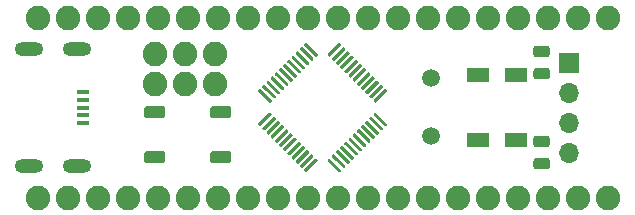
<source format=gbr>
%TF.GenerationSoftware,KiCad,Pcbnew,(5.1.9)-1*%
%TF.CreationDate,2021-02-16T15:18:36+08:00*%
%TF.ProjectId,STM32_Core_Board,53544d33-325f-4436-9f72-655f426f6172,rev?*%
%TF.SameCoordinates,Original*%
%TF.FileFunction,Soldermask,Top*%
%TF.FilePolarity,Negative*%
%FSLAX46Y46*%
G04 Gerber Fmt 4.6, Leading zero omitted, Abs format (unit mm)*
G04 Created by KiCad (PCBNEW (5.1.9)-1) date 2021-02-16 15:18:36*
%MOMM*%
%LPD*%
G01*
G04 APERTURE LIST*
%ADD10R,1.100000X0.450000*%
%ADD11O,2.400000X1.200000*%
%ADD12R,1.900000X1.300000*%
%ADD13C,1.500000*%
%ADD14C,2.082800*%
%ADD15O,1.700000X1.700000*%
%ADD16R,1.700000X1.700000*%
G04 APERTURE END LIST*
%TO.C,U1*%
G36*
G01*
X81995484Y-151554264D02*
X82932400Y-152491180D01*
G75*
G02*
X82932400Y-152597246I-53033J-53033D01*
G01*
X82826334Y-152703312D01*
G75*
G02*
X82720268Y-152703312I-53033J53033D01*
G01*
X81783352Y-151766396D01*
G75*
G02*
X81783352Y-151660330I53033J53033D01*
G01*
X81889418Y-151554264D01*
G75*
G02*
X81995484Y-151554264I53033J-53033D01*
G01*
G37*
G36*
G01*
X81641930Y-151907818D02*
X82578846Y-152844734D01*
G75*
G02*
X82578846Y-152950800I-53033J-53033D01*
G01*
X82472780Y-153056866D01*
G75*
G02*
X82366714Y-153056866I-53033J53033D01*
G01*
X81429798Y-152119950D01*
G75*
G02*
X81429798Y-152013884I53033J53033D01*
G01*
X81535864Y-151907818D01*
G75*
G02*
X81641930Y-151907818I53033J-53033D01*
G01*
G37*
G36*
G01*
X81288377Y-152261371D02*
X82225293Y-153198287D01*
G75*
G02*
X82225293Y-153304353I-53033J-53033D01*
G01*
X82119227Y-153410419D01*
G75*
G02*
X82013161Y-153410419I-53033J53033D01*
G01*
X81076245Y-152473503D01*
G75*
G02*
X81076245Y-152367437I53033J53033D01*
G01*
X81182311Y-152261371D01*
G75*
G02*
X81288377Y-152261371I53033J-53033D01*
G01*
G37*
G36*
G01*
X80934823Y-152614925D02*
X81871739Y-153551841D01*
G75*
G02*
X81871739Y-153657907I-53033J-53033D01*
G01*
X81765673Y-153763973D01*
G75*
G02*
X81659607Y-153763973I-53033J53033D01*
G01*
X80722691Y-152827057D01*
G75*
G02*
X80722691Y-152720991I53033J53033D01*
G01*
X80828757Y-152614925D01*
G75*
G02*
X80934823Y-152614925I53033J-53033D01*
G01*
G37*
G36*
G01*
X80581270Y-152968478D02*
X81518186Y-153905394D01*
G75*
G02*
X81518186Y-154011460I-53033J-53033D01*
G01*
X81412120Y-154117526D01*
G75*
G02*
X81306054Y-154117526I-53033J53033D01*
G01*
X80369138Y-153180610D01*
G75*
G02*
X80369138Y-153074544I53033J53033D01*
G01*
X80475204Y-152968478D01*
G75*
G02*
X80581270Y-152968478I53033J-53033D01*
G01*
G37*
G36*
G01*
X80227717Y-153322031D02*
X81164633Y-154258947D01*
G75*
G02*
X81164633Y-154365013I-53033J-53033D01*
G01*
X81058567Y-154471079D01*
G75*
G02*
X80952501Y-154471079I-53033J53033D01*
G01*
X80015585Y-153534163D01*
G75*
G02*
X80015585Y-153428097I53033J53033D01*
G01*
X80121651Y-153322031D01*
G75*
G02*
X80227717Y-153322031I53033J-53033D01*
G01*
G37*
G36*
G01*
X79874163Y-153675585D02*
X80811079Y-154612501D01*
G75*
G02*
X80811079Y-154718567I-53033J-53033D01*
G01*
X80705013Y-154824633D01*
G75*
G02*
X80598947Y-154824633I-53033J53033D01*
G01*
X79662031Y-153887717D01*
G75*
G02*
X79662031Y-153781651I53033J53033D01*
G01*
X79768097Y-153675585D01*
G75*
G02*
X79874163Y-153675585I53033J-53033D01*
G01*
G37*
G36*
G01*
X79520610Y-154029138D02*
X80457526Y-154966054D01*
G75*
G02*
X80457526Y-155072120I-53033J-53033D01*
G01*
X80351460Y-155178186D01*
G75*
G02*
X80245394Y-155178186I-53033J53033D01*
G01*
X79308478Y-154241270D01*
G75*
G02*
X79308478Y-154135204I53033J53033D01*
G01*
X79414544Y-154029138D01*
G75*
G02*
X79520610Y-154029138I53033J-53033D01*
G01*
G37*
G36*
G01*
X79167057Y-154382691D02*
X80103973Y-155319607D01*
G75*
G02*
X80103973Y-155425673I-53033J-53033D01*
G01*
X79997907Y-155531739D01*
G75*
G02*
X79891841Y-155531739I-53033J53033D01*
G01*
X78954925Y-154594823D01*
G75*
G02*
X78954925Y-154488757I53033J53033D01*
G01*
X79060991Y-154382691D01*
G75*
G02*
X79167057Y-154382691I53033J-53033D01*
G01*
G37*
G36*
G01*
X78813503Y-154736245D02*
X79750419Y-155673161D01*
G75*
G02*
X79750419Y-155779227I-53033J-53033D01*
G01*
X79644353Y-155885293D01*
G75*
G02*
X79538287Y-155885293I-53033J53033D01*
G01*
X78601371Y-154948377D01*
G75*
G02*
X78601371Y-154842311I53033J53033D01*
G01*
X78707437Y-154736245D01*
G75*
G02*
X78813503Y-154736245I53033J-53033D01*
G01*
G37*
G36*
G01*
X78459950Y-155089798D02*
X79396866Y-156026714D01*
G75*
G02*
X79396866Y-156132780I-53033J-53033D01*
G01*
X79290800Y-156238846D01*
G75*
G02*
X79184734Y-156238846I-53033J53033D01*
G01*
X78247818Y-155301930D01*
G75*
G02*
X78247818Y-155195864I53033J53033D01*
G01*
X78353884Y-155089798D01*
G75*
G02*
X78459950Y-155089798I53033J-53033D01*
G01*
G37*
G36*
G01*
X78106396Y-155443352D02*
X79043312Y-156380268D01*
G75*
G02*
X79043312Y-156486334I-53033J-53033D01*
G01*
X78937246Y-156592400D01*
G75*
G02*
X78831180Y-156592400I-53033J53033D01*
G01*
X77894264Y-155655484D01*
G75*
G02*
X77894264Y-155549418I53033J53033D01*
G01*
X78000330Y-155443352D01*
G75*
G02*
X78106396Y-155443352I53033J-53033D01*
G01*
G37*
G36*
G01*
X76939670Y-155443352D02*
X77045736Y-155549418D01*
G75*
G02*
X77045736Y-155655484I-53033J-53033D01*
G01*
X76108820Y-156592400D01*
G75*
G02*
X76002754Y-156592400I-53033J53033D01*
G01*
X75896688Y-156486334D01*
G75*
G02*
X75896688Y-156380268I53033J53033D01*
G01*
X76833604Y-155443352D01*
G75*
G02*
X76939670Y-155443352I53033J-53033D01*
G01*
G37*
G36*
G01*
X76586116Y-155089798D02*
X76692182Y-155195864D01*
G75*
G02*
X76692182Y-155301930I-53033J-53033D01*
G01*
X75755266Y-156238846D01*
G75*
G02*
X75649200Y-156238846I-53033J53033D01*
G01*
X75543134Y-156132780D01*
G75*
G02*
X75543134Y-156026714I53033J53033D01*
G01*
X76480050Y-155089798D01*
G75*
G02*
X76586116Y-155089798I53033J-53033D01*
G01*
G37*
G36*
G01*
X76232563Y-154736245D02*
X76338629Y-154842311D01*
G75*
G02*
X76338629Y-154948377I-53033J-53033D01*
G01*
X75401713Y-155885293D01*
G75*
G02*
X75295647Y-155885293I-53033J53033D01*
G01*
X75189581Y-155779227D01*
G75*
G02*
X75189581Y-155673161I53033J53033D01*
G01*
X76126497Y-154736245D01*
G75*
G02*
X76232563Y-154736245I53033J-53033D01*
G01*
G37*
G36*
G01*
X75879009Y-154382691D02*
X75985075Y-154488757D01*
G75*
G02*
X75985075Y-154594823I-53033J-53033D01*
G01*
X75048159Y-155531739D01*
G75*
G02*
X74942093Y-155531739I-53033J53033D01*
G01*
X74836027Y-155425673D01*
G75*
G02*
X74836027Y-155319607I53033J53033D01*
G01*
X75772943Y-154382691D01*
G75*
G02*
X75879009Y-154382691I53033J-53033D01*
G01*
G37*
G36*
G01*
X75525456Y-154029138D02*
X75631522Y-154135204D01*
G75*
G02*
X75631522Y-154241270I-53033J-53033D01*
G01*
X74694606Y-155178186D01*
G75*
G02*
X74588540Y-155178186I-53033J53033D01*
G01*
X74482474Y-155072120D01*
G75*
G02*
X74482474Y-154966054I53033J53033D01*
G01*
X75419390Y-154029138D01*
G75*
G02*
X75525456Y-154029138I53033J-53033D01*
G01*
G37*
G36*
G01*
X75171903Y-153675585D02*
X75277969Y-153781651D01*
G75*
G02*
X75277969Y-153887717I-53033J-53033D01*
G01*
X74341053Y-154824633D01*
G75*
G02*
X74234987Y-154824633I-53033J53033D01*
G01*
X74128921Y-154718567D01*
G75*
G02*
X74128921Y-154612501I53033J53033D01*
G01*
X75065837Y-153675585D01*
G75*
G02*
X75171903Y-153675585I53033J-53033D01*
G01*
G37*
G36*
G01*
X74818349Y-153322031D02*
X74924415Y-153428097D01*
G75*
G02*
X74924415Y-153534163I-53033J-53033D01*
G01*
X73987499Y-154471079D01*
G75*
G02*
X73881433Y-154471079I-53033J53033D01*
G01*
X73775367Y-154365013D01*
G75*
G02*
X73775367Y-154258947I53033J53033D01*
G01*
X74712283Y-153322031D01*
G75*
G02*
X74818349Y-153322031I53033J-53033D01*
G01*
G37*
G36*
G01*
X74464796Y-152968478D02*
X74570862Y-153074544D01*
G75*
G02*
X74570862Y-153180610I-53033J-53033D01*
G01*
X73633946Y-154117526D01*
G75*
G02*
X73527880Y-154117526I-53033J53033D01*
G01*
X73421814Y-154011460D01*
G75*
G02*
X73421814Y-153905394I53033J53033D01*
G01*
X74358730Y-152968478D01*
G75*
G02*
X74464796Y-152968478I53033J-53033D01*
G01*
G37*
G36*
G01*
X74111243Y-152614925D02*
X74217309Y-152720991D01*
G75*
G02*
X74217309Y-152827057I-53033J-53033D01*
G01*
X73280393Y-153763973D01*
G75*
G02*
X73174327Y-153763973I-53033J53033D01*
G01*
X73068261Y-153657907D01*
G75*
G02*
X73068261Y-153551841I53033J53033D01*
G01*
X74005177Y-152614925D01*
G75*
G02*
X74111243Y-152614925I53033J-53033D01*
G01*
G37*
G36*
G01*
X73757689Y-152261371D02*
X73863755Y-152367437D01*
G75*
G02*
X73863755Y-152473503I-53033J-53033D01*
G01*
X72926839Y-153410419D01*
G75*
G02*
X72820773Y-153410419I-53033J53033D01*
G01*
X72714707Y-153304353D01*
G75*
G02*
X72714707Y-153198287I53033J53033D01*
G01*
X73651623Y-152261371D01*
G75*
G02*
X73757689Y-152261371I53033J-53033D01*
G01*
G37*
G36*
G01*
X73404136Y-151907818D02*
X73510202Y-152013884D01*
G75*
G02*
X73510202Y-152119950I-53033J-53033D01*
G01*
X72573286Y-153056866D01*
G75*
G02*
X72467220Y-153056866I-53033J53033D01*
G01*
X72361154Y-152950800D01*
G75*
G02*
X72361154Y-152844734I53033J53033D01*
G01*
X73298070Y-151907818D01*
G75*
G02*
X73404136Y-151907818I53033J-53033D01*
G01*
G37*
G36*
G01*
X73050582Y-151554264D02*
X73156648Y-151660330D01*
G75*
G02*
X73156648Y-151766396I-53033J-53033D01*
G01*
X72219732Y-152703312D01*
G75*
G02*
X72113666Y-152703312I-53033J53033D01*
G01*
X72007600Y-152597246D01*
G75*
G02*
X72007600Y-152491180I53033J53033D01*
G01*
X72944516Y-151554264D01*
G75*
G02*
X73050582Y-151554264I53033J-53033D01*
G01*
G37*
G36*
G01*
X72219732Y-149556688D02*
X73156648Y-150493604D01*
G75*
G02*
X73156648Y-150599670I-53033J-53033D01*
G01*
X73050582Y-150705736D01*
G75*
G02*
X72944516Y-150705736I-53033J53033D01*
G01*
X72007600Y-149768820D01*
G75*
G02*
X72007600Y-149662754I53033J53033D01*
G01*
X72113666Y-149556688D01*
G75*
G02*
X72219732Y-149556688I53033J-53033D01*
G01*
G37*
G36*
G01*
X72573286Y-149203134D02*
X73510202Y-150140050D01*
G75*
G02*
X73510202Y-150246116I-53033J-53033D01*
G01*
X73404136Y-150352182D01*
G75*
G02*
X73298070Y-150352182I-53033J53033D01*
G01*
X72361154Y-149415266D01*
G75*
G02*
X72361154Y-149309200I53033J53033D01*
G01*
X72467220Y-149203134D01*
G75*
G02*
X72573286Y-149203134I53033J-53033D01*
G01*
G37*
G36*
G01*
X72926839Y-148849581D02*
X73863755Y-149786497D01*
G75*
G02*
X73863755Y-149892563I-53033J-53033D01*
G01*
X73757689Y-149998629D01*
G75*
G02*
X73651623Y-149998629I-53033J53033D01*
G01*
X72714707Y-149061713D01*
G75*
G02*
X72714707Y-148955647I53033J53033D01*
G01*
X72820773Y-148849581D01*
G75*
G02*
X72926839Y-148849581I53033J-53033D01*
G01*
G37*
G36*
G01*
X73280393Y-148496027D02*
X74217309Y-149432943D01*
G75*
G02*
X74217309Y-149539009I-53033J-53033D01*
G01*
X74111243Y-149645075D01*
G75*
G02*
X74005177Y-149645075I-53033J53033D01*
G01*
X73068261Y-148708159D01*
G75*
G02*
X73068261Y-148602093I53033J53033D01*
G01*
X73174327Y-148496027D01*
G75*
G02*
X73280393Y-148496027I53033J-53033D01*
G01*
G37*
G36*
G01*
X73633946Y-148142474D02*
X74570862Y-149079390D01*
G75*
G02*
X74570862Y-149185456I-53033J-53033D01*
G01*
X74464796Y-149291522D01*
G75*
G02*
X74358730Y-149291522I-53033J53033D01*
G01*
X73421814Y-148354606D01*
G75*
G02*
X73421814Y-148248540I53033J53033D01*
G01*
X73527880Y-148142474D01*
G75*
G02*
X73633946Y-148142474I53033J-53033D01*
G01*
G37*
G36*
G01*
X73987499Y-147788921D02*
X74924415Y-148725837D01*
G75*
G02*
X74924415Y-148831903I-53033J-53033D01*
G01*
X74818349Y-148937969D01*
G75*
G02*
X74712283Y-148937969I-53033J53033D01*
G01*
X73775367Y-148001053D01*
G75*
G02*
X73775367Y-147894987I53033J53033D01*
G01*
X73881433Y-147788921D01*
G75*
G02*
X73987499Y-147788921I53033J-53033D01*
G01*
G37*
G36*
G01*
X74341053Y-147435367D02*
X75277969Y-148372283D01*
G75*
G02*
X75277969Y-148478349I-53033J-53033D01*
G01*
X75171903Y-148584415D01*
G75*
G02*
X75065837Y-148584415I-53033J53033D01*
G01*
X74128921Y-147647499D01*
G75*
G02*
X74128921Y-147541433I53033J53033D01*
G01*
X74234987Y-147435367D01*
G75*
G02*
X74341053Y-147435367I53033J-53033D01*
G01*
G37*
G36*
G01*
X74694606Y-147081814D02*
X75631522Y-148018730D01*
G75*
G02*
X75631522Y-148124796I-53033J-53033D01*
G01*
X75525456Y-148230862D01*
G75*
G02*
X75419390Y-148230862I-53033J53033D01*
G01*
X74482474Y-147293946D01*
G75*
G02*
X74482474Y-147187880I53033J53033D01*
G01*
X74588540Y-147081814D01*
G75*
G02*
X74694606Y-147081814I53033J-53033D01*
G01*
G37*
G36*
G01*
X75048159Y-146728261D02*
X75985075Y-147665177D01*
G75*
G02*
X75985075Y-147771243I-53033J-53033D01*
G01*
X75879009Y-147877309D01*
G75*
G02*
X75772943Y-147877309I-53033J53033D01*
G01*
X74836027Y-146940393D01*
G75*
G02*
X74836027Y-146834327I53033J53033D01*
G01*
X74942093Y-146728261D01*
G75*
G02*
X75048159Y-146728261I53033J-53033D01*
G01*
G37*
G36*
G01*
X75401713Y-146374707D02*
X76338629Y-147311623D01*
G75*
G02*
X76338629Y-147417689I-53033J-53033D01*
G01*
X76232563Y-147523755D01*
G75*
G02*
X76126497Y-147523755I-53033J53033D01*
G01*
X75189581Y-146586839D01*
G75*
G02*
X75189581Y-146480773I53033J53033D01*
G01*
X75295647Y-146374707D01*
G75*
G02*
X75401713Y-146374707I53033J-53033D01*
G01*
G37*
G36*
G01*
X75755266Y-146021154D02*
X76692182Y-146958070D01*
G75*
G02*
X76692182Y-147064136I-53033J-53033D01*
G01*
X76586116Y-147170202D01*
G75*
G02*
X76480050Y-147170202I-53033J53033D01*
G01*
X75543134Y-146233286D01*
G75*
G02*
X75543134Y-146127220I53033J53033D01*
G01*
X75649200Y-146021154D01*
G75*
G02*
X75755266Y-146021154I53033J-53033D01*
G01*
G37*
G36*
G01*
X76108820Y-145667600D02*
X77045736Y-146604516D01*
G75*
G02*
X77045736Y-146710582I-53033J-53033D01*
G01*
X76939670Y-146816648D01*
G75*
G02*
X76833604Y-146816648I-53033J53033D01*
G01*
X75896688Y-145879732D01*
G75*
G02*
X75896688Y-145773666I53033J53033D01*
G01*
X76002754Y-145667600D01*
G75*
G02*
X76108820Y-145667600I53033J-53033D01*
G01*
G37*
G36*
G01*
X78937246Y-145667600D02*
X79043312Y-145773666D01*
G75*
G02*
X79043312Y-145879732I-53033J-53033D01*
G01*
X78106396Y-146816648D01*
G75*
G02*
X78000330Y-146816648I-53033J53033D01*
G01*
X77894264Y-146710582D01*
G75*
G02*
X77894264Y-146604516I53033J53033D01*
G01*
X78831180Y-145667600D01*
G75*
G02*
X78937246Y-145667600I53033J-53033D01*
G01*
G37*
G36*
G01*
X79290800Y-146021154D02*
X79396866Y-146127220D01*
G75*
G02*
X79396866Y-146233286I-53033J-53033D01*
G01*
X78459950Y-147170202D01*
G75*
G02*
X78353884Y-147170202I-53033J53033D01*
G01*
X78247818Y-147064136D01*
G75*
G02*
X78247818Y-146958070I53033J53033D01*
G01*
X79184734Y-146021154D01*
G75*
G02*
X79290800Y-146021154I53033J-53033D01*
G01*
G37*
G36*
G01*
X79644353Y-146374707D02*
X79750419Y-146480773D01*
G75*
G02*
X79750419Y-146586839I-53033J-53033D01*
G01*
X78813503Y-147523755D01*
G75*
G02*
X78707437Y-147523755I-53033J53033D01*
G01*
X78601371Y-147417689D01*
G75*
G02*
X78601371Y-147311623I53033J53033D01*
G01*
X79538287Y-146374707D01*
G75*
G02*
X79644353Y-146374707I53033J-53033D01*
G01*
G37*
G36*
G01*
X79997907Y-146728261D02*
X80103973Y-146834327D01*
G75*
G02*
X80103973Y-146940393I-53033J-53033D01*
G01*
X79167057Y-147877309D01*
G75*
G02*
X79060991Y-147877309I-53033J53033D01*
G01*
X78954925Y-147771243D01*
G75*
G02*
X78954925Y-147665177I53033J53033D01*
G01*
X79891841Y-146728261D01*
G75*
G02*
X79997907Y-146728261I53033J-53033D01*
G01*
G37*
G36*
G01*
X80351460Y-147081814D02*
X80457526Y-147187880D01*
G75*
G02*
X80457526Y-147293946I-53033J-53033D01*
G01*
X79520610Y-148230862D01*
G75*
G02*
X79414544Y-148230862I-53033J53033D01*
G01*
X79308478Y-148124796D01*
G75*
G02*
X79308478Y-148018730I53033J53033D01*
G01*
X80245394Y-147081814D01*
G75*
G02*
X80351460Y-147081814I53033J-53033D01*
G01*
G37*
G36*
G01*
X80705013Y-147435367D02*
X80811079Y-147541433D01*
G75*
G02*
X80811079Y-147647499I-53033J-53033D01*
G01*
X79874163Y-148584415D01*
G75*
G02*
X79768097Y-148584415I-53033J53033D01*
G01*
X79662031Y-148478349D01*
G75*
G02*
X79662031Y-148372283I53033J53033D01*
G01*
X80598947Y-147435367D01*
G75*
G02*
X80705013Y-147435367I53033J-53033D01*
G01*
G37*
G36*
G01*
X81058567Y-147788921D02*
X81164633Y-147894987D01*
G75*
G02*
X81164633Y-148001053I-53033J-53033D01*
G01*
X80227717Y-148937969D01*
G75*
G02*
X80121651Y-148937969I-53033J53033D01*
G01*
X80015585Y-148831903D01*
G75*
G02*
X80015585Y-148725837I53033J53033D01*
G01*
X80952501Y-147788921D01*
G75*
G02*
X81058567Y-147788921I53033J-53033D01*
G01*
G37*
G36*
G01*
X81412120Y-148142474D02*
X81518186Y-148248540D01*
G75*
G02*
X81518186Y-148354606I-53033J-53033D01*
G01*
X80581270Y-149291522D01*
G75*
G02*
X80475204Y-149291522I-53033J53033D01*
G01*
X80369138Y-149185456D01*
G75*
G02*
X80369138Y-149079390I53033J53033D01*
G01*
X81306054Y-148142474D01*
G75*
G02*
X81412120Y-148142474I53033J-53033D01*
G01*
G37*
G36*
G01*
X81765673Y-148496027D02*
X81871739Y-148602093D01*
G75*
G02*
X81871739Y-148708159I-53033J-53033D01*
G01*
X80934823Y-149645075D01*
G75*
G02*
X80828757Y-149645075I-53033J53033D01*
G01*
X80722691Y-149539009D01*
G75*
G02*
X80722691Y-149432943I53033J53033D01*
G01*
X81659607Y-148496027D01*
G75*
G02*
X81765673Y-148496027I53033J-53033D01*
G01*
G37*
G36*
G01*
X82119227Y-148849581D02*
X82225293Y-148955647D01*
G75*
G02*
X82225293Y-149061713I-53033J-53033D01*
G01*
X81288377Y-149998629D01*
G75*
G02*
X81182311Y-149998629I-53033J53033D01*
G01*
X81076245Y-149892563D01*
G75*
G02*
X81076245Y-149786497I53033J53033D01*
G01*
X82013161Y-148849581D01*
G75*
G02*
X82119227Y-148849581I53033J-53033D01*
G01*
G37*
G36*
G01*
X82472780Y-149203134D02*
X82578846Y-149309200D01*
G75*
G02*
X82578846Y-149415266I-53033J-53033D01*
G01*
X81641930Y-150352182D01*
G75*
G02*
X81535864Y-150352182I-53033J53033D01*
G01*
X81429798Y-150246116D01*
G75*
G02*
X81429798Y-150140050I53033J53033D01*
G01*
X82366714Y-149203134D01*
G75*
G02*
X82472780Y-149203134I53033J-53033D01*
G01*
G37*
G36*
G01*
X82826334Y-149556688D02*
X82932400Y-149662754D01*
G75*
G02*
X82932400Y-149768820I-53033J-53033D01*
G01*
X81995484Y-150705736D01*
G75*
G02*
X81889418Y-150705736I-53033J53033D01*
G01*
X81783352Y-150599670D01*
G75*
G02*
X81783352Y-150493604I53033J53033D01*
G01*
X82720268Y-149556688D01*
G75*
G02*
X82826334Y-149556688I53033J-53033D01*
G01*
G37*
%TD*%
D10*
%TO.C,J1*%
X57150000Y-149830000D03*
X57150000Y-150480000D03*
X57150000Y-151130000D03*
X57150000Y-151780000D03*
X57150000Y-152430000D03*
D11*
X56630000Y-146180000D03*
X52630000Y-146180000D03*
X56630000Y-156080000D03*
X52630000Y-156080000D03*
%TD*%
D12*
%TO.C,Y2*%
X93802000Y-148380000D03*
X93802000Y-153880000D03*
X90602000Y-153880000D03*
X90602000Y-148380000D03*
%TD*%
D13*
%TO.C,Y1*%
X86614000Y-148663000D03*
X86614000Y-153543000D03*
%TD*%
%TO.C,SW1*%
G36*
G01*
X62484000Y-151028400D02*
X64008000Y-151028400D01*
G75*
G02*
X64109600Y-151130000I0J-101600D01*
G01*
X64109600Y-151892000D01*
G75*
G02*
X64008000Y-151993600I-101600J0D01*
G01*
X62484000Y-151993600D01*
G75*
G02*
X62382400Y-151892000I0J101600D01*
G01*
X62382400Y-151130000D01*
G75*
G02*
X62484000Y-151028400I101600J0D01*
G01*
G37*
G36*
G01*
X68072000Y-151028400D02*
X69596000Y-151028400D01*
G75*
G02*
X69697600Y-151130000I0J-101600D01*
G01*
X69697600Y-151892000D01*
G75*
G02*
X69596000Y-151993600I-101600J0D01*
G01*
X68072000Y-151993600D01*
G75*
G02*
X67970400Y-151892000I0J101600D01*
G01*
X67970400Y-151130000D01*
G75*
G02*
X68072000Y-151028400I101600J0D01*
G01*
G37*
G36*
G01*
X62484000Y-154838400D02*
X64008000Y-154838400D01*
G75*
G02*
X64109600Y-154940000I0J-101600D01*
G01*
X64109600Y-155702000D01*
G75*
G02*
X64008000Y-155803600I-101600J0D01*
G01*
X62484000Y-155803600D01*
G75*
G02*
X62382400Y-155702000I0J101600D01*
G01*
X62382400Y-154940000D01*
G75*
G02*
X62484000Y-154838400I101600J0D01*
G01*
G37*
G36*
G01*
X68072000Y-154838400D02*
X69596000Y-154838400D01*
G75*
G02*
X69697600Y-154940000I0J-101600D01*
G01*
X69697600Y-155702000D01*
G75*
G02*
X69596000Y-155803600I-101600J0D01*
G01*
X68072000Y-155803600D01*
G75*
G02*
X67970400Y-155702000I0J101600D01*
G01*
X67970400Y-154940000D01*
G75*
G02*
X68072000Y-154838400I101600J0D01*
G01*
G37*
%TD*%
D14*
%TO.C,J5*%
X53340000Y-158750000D03*
X55880000Y-158750000D03*
X58420000Y-158750000D03*
X60960000Y-158750000D03*
X63500000Y-158750000D03*
X66040000Y-158750000D03*
X68580000Y-158750000D03*
X71120000Y-158750000D03*
X73660000Y-158750000D03*
X76200000Y-158750000D03*
X78740000Y-158750000D03*
X81280000Y-158750000D03*
X83820000Y-158750000D03*
X86360000Y-158750000D03*
X88900000Y-158750000D03*
X91440000Y-158750000D03*
X93980000Y-158750000D03*
X96520000Y-158750000D03*
X99060000Y-158750000D03*
X101600000Y-158750000D03*
%TD*%
%TO.C,J4*%
X53340000Y-143510000D03*
X55880000Y-143510000D03*
X58420000Y-143510000D03*
X60960000Y-143510000D03*
X63500000Y-143510000D03*
X66040000Y-143510000D03*
X68580000Y-143510000D03*
X71120000Y-143510000D03*
X73660000Y-143510000D03*
X76200000Y-143510000D03*
X78740000Y-143510000D03*
X81280000Y-143510000D03*
X83820000Y-143510000D03*
X86360000Y-143510000D03*
X88900000Y-143510000D03*
X91440000Y-143510000D03*
X93980000Y-143510000D03*
X96520000Y-143510000D03*
X99060000Y-143510000D03*
X101600000Y-143510000D03*
%TD*%
D15*
%TO.C,J3*%
X98298000Y-154940000D03*
X98298000Y-152400000D03*
X98298000Y-149860000D03*
D16*
X98298000Y-147320000D03*
%TD*%
D14*
%TO.C,J2*%
X68326000Y-146558000D03*
X68326000Y-149098000D03*
X65786000Y-146558000D03*
X65786000Y-149098000D03*
X63246000Y-146558000D03*
X63246000Y-149098000D03*
%TD*%
%TO.C,D2*%
G36*
G01*
X95555750Y-147770000D02*
X96468250Y-147770000D01*
G75*
G02*
X96712000Y-148013750I0J-243750D01*
G01*
X96712000Y-148501250D01*
G75*
G02*
X96468250Y-148745000I-243750J0D01*
G01*
X95555750Y-148745000D01*
G75*
G02*
X95312000Y-148501250I0J243750D01*
G01*
X95312000Y-148013750D01*
G75*
G02*
X95555750Y-147770000I243750J0D01*
G01*
G37*
G36*
G01*
X95555750Y-145895000D02*
X96468250Y-145895000D01*
G75*
G02*
X96712000Y-146138750I0J-243750D01*
G01*
X96712000Y-146626250D01*
G75*
G02*
X96468250Y-146870000I-243750J0D01*
G01*
X95555750Y-146870000D01*
G75*
G02*
X95312000Y-146626250I0J243750D01*
G01*
X95312000Y-146138750D01*
G75*
G02*
X95555750Y-145895000I243750J0D01*
G01*
G37*
%TD*%
%TO.C,D1*%
G36*
G01*
X96468250Y-154490000D02*
X95555750Y-154490000D01*
G75*
G02*
X95312000Y-154246250I0J243750D01*
G01*
X95312000Y-153758750D01*
G75*
G02*
X95555750Y-153515000I243750J0D01*
G01*
X96468250Y-153515000D01*
G75*
G02*
X96712000Y-153758750I0J-243750D01*
G01*
X96712000Y-154246250D01*
G75*
G02*
X96468250Y-154490000I-243750J0D01*
G01*
G37*
G36*
G01*
X96468250Y-156365000D02*
X95555750Y-156365000D01*
G75*
G02*
X95312000Y-156121250I0J243750D01*
G01*
X95312000Y-155633750D01*
G75*
G02*
X95555750Y-155390000I243750J0D01*
G01*
X96468250Y-155390000D01*
G75*
G02*
X96712000Y-155633750I0J-243750D01*
G01*
X96712000Y-156121250D01*
G75*
G02*
X96468250Y-156365000I-243750J0D01*
G01*
G37*
%TD*%
M02*

</source>
